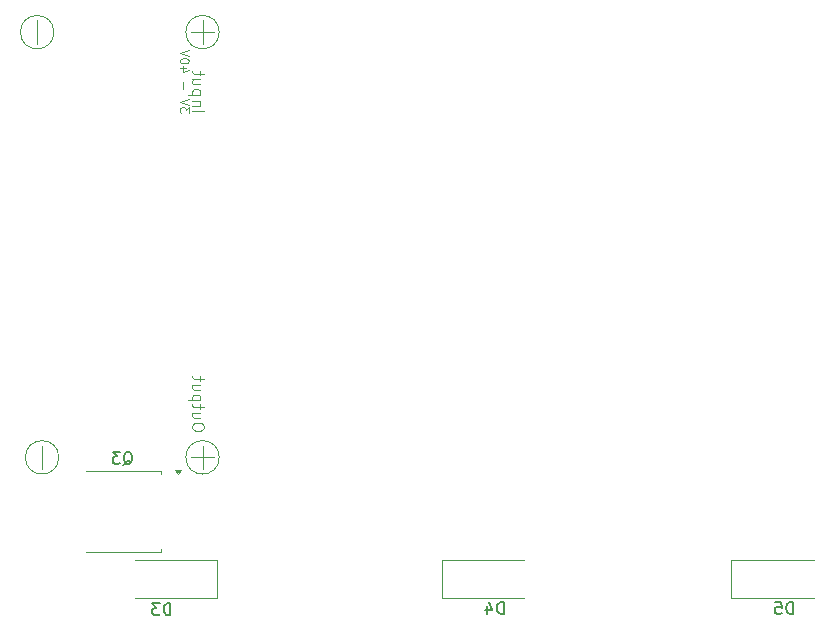
<source format=gbr>
%TF.GenerationSoftware,KiCad,Pcbnew,8.0.3-8.0.3-0~ubuntu22.04.1*%
%TF.CreationDate,2024-06-14T00:20:48-04:00*%
%TF.ProjectId,GarageDoor,47617261-6765-4446-9f6f-722e6b696361,rev?*%
%TF.SameCoordinates,Original*%
%TF.FileFunction,Legend,Bot*%
%TF.FilePolarity,Positive*%
%FSLAX46Y46*%
G04 Gerber Fmt 4.6, Leading zero omitted, Abs format (unit mm)*
G04 Created by KiCad (PCBNEW 8.0.3-8.0.3-0~ubuntu22.04.1) date 2024-06-14 00:20:48*
%MOMM*%
%LPD*%
G01*
G04 APERTURE LIST*
%ADD10C,0.100000*%
%ADD11C,0.150000*%
%ADD12C,0.120000*%
G04 APERTURE END LIST*
D10*
X45096985Y-44527068D02*
X45096985Y-44062782D01*
X45096985Y-44062782D02*
X44811271Y-44312782D01*
X44811271Y-44312782D02*
X44811271Y-44205639D01*
X44811271Y-44205639D02*
X44775557Y-44134211D01*
X44775557Y-44134211D02*
X44739842Y-44098496D01*
X44739842Y-44098496D02*
X44668414Y-44062782D01*
X44668414Y-44062782D02*
X44489842Y-44062782D01*
X44489842Y-44062782D02*
X44418414Y-44098496D01*
X44418414Y-44098496D02*
X44382700Y-44134211D01*
X44382700Y-44134211D02*
X44346985Y-44205639D01*
X44346985Y-44205639D02*
X44346985Y-44419925D01*
X44346985Y-44419925D02*
X44382700Y-44491353D01*
X44382700Y-44491353D02*
X44418414Y-44527068D01*
X45096985Y-43848496D02*
X44346985Y-43598496D01*
X44346985Y-43598496D02*
X45096985Y-43348496D01*
X44632700Y-42527067D02*
X44632700Y-41955639D01*
X44846985Y-40705639D02*
X44346985Y-40705639D01*
X45132700Y-40884210D02*
X44596985Y-41062781D01*
X44596985Y-41062781D02*
X44596985Y-40598496D01*
X45096985Y-40169924D02*
X45096985Y-40098495D01*
X45096985Y-40098495D02*
X45061271Y-40027067D01*
X45061271Y-40027067D02*
X45025557Y-39991353D01*
X45025557Y-39991353D02*
X44954128Y-39955638D01*
X44954128Y-39955638D02*
X44811271Y-39919924D01*
X44811271Y-39919924D02*
X44632700Y-39919924D01*
X44632700Y-39919924D02*
X44489842Y-39955638D01*
X44489842Y-39955638D02*
X44418414Y-39991353D01*
X44418414Y-39991353D02*
X44382700Y-40027067D01*
X44382700Y-40027067D02*
X44346985Y-40098495D01*
X44346985Y-40098495D02*
X44346985Y-40169924D01*
X44346985Y-40169924D02*
X44382700Y-40241353D01*
X44382700Y-40241353D02*
X44418414Y-40277067D01*
X44418414Y-40277067D02*
X44489842Y-40312781D01*
X44489842Y-40312781D02*
X44632700Y-40348495D01*
X44632700Y-40348495D02*
X44811271Y-40348495D01*
X44811271Y-40348495D02*
X44954128Y-40312781D01*
X44954128Y-40312781D02*
X45025557Y-40277067D01*
X45025557Y-40277067D02*
X45061271Y-40241353D01*
X45061271Y-40241353D02*
X45096985Y-40169924D01*
X45096985Y-39705638D02*
X44346985Y-39455638D01*
X44346985Y-39455638D02*
X45096985Y-39205638D01*
X45377580Y-44396115D02*
X46377580Y-44396115D01*
X46044247Y-43919925D02*
X45377580Y-43919925D01*
X45949009Y-43919925D02*
X45996628Y-43872306D01*
X45996628Y-43872306D02*
X46044247Y-43777068D01*
X46044247Y-43777068D02*
X46044247Y-43634211D01*
X46044247Y-43634211D02*
X45996628Y-43538973D01*
X45996628Y-43538973D02*
X45901390Y-43491354D01*
X45901390Y-43491354D02*
X45377580Y-43491354D01*
X46044247Y-43015163D02*
X45044247Y-43015163D01*
X45996628Y-43015163D02*
X46044247Y-42919925D01*
X46044247Y-42919925D02*
X46044247Y-42729449D01*
X46044247Y-42729449D02*
X45996628Y-42634211D01*
X45996628Y-42634211D02*
X45949009Y-42586592D01*
X45949009Y-42586592D02*
X45853771Y-42538973D01*
X45853771Y-42538973D02*
X45568057Y-42538973D01*
X45568057Y-42538973D02*
X45472819Y-42586592D01*
X45472819Y-42586592D02*
X45425200Y-42634211D01*
X45425200Y-42634211D02*
X45377580Y-42729449D01*
X45377580Y-42729449D02*
X45377580Y-42919925D01*
X45377580Y-42919925D02*
X45425200Y-43015163D01*
X46044247Y-41681830D02*
X45377580Y-41681830D01*
X46044247Y-42110401D02*
X45520438Y-42110401D01*
X45520438Y-42110401D02*
X45425200Y-42062782D01*
X45425200Y-42062782D02*
X45377580Y-41967544D01*
X45377580Y-41967544D02*
X45377580Y-41824687D01*
X45377580Y-41824687D02*
X45425200Y-41729449D01*
X45425200Y-41729449D02*
X45472819Y-41681830D01*
X46044247Y-41348496D02*
X46044247Y-40967544D01*
X46377580Y-41205639D02*
X45520438Y-41205639D01*
X45520438Y-41205639D02*
X45425200Y-41158020D01*
X45425200Y-41158020D02*
X45377580Y-41062782D01*
X45377580Y-41062782D02*
X45377580Y-40967544D01*
X46377580Y-71205639D02*
X46377580Y-71015163D01*
X46377580Y-71015163D02*
X46329961Y-70919925D01*
X46329961Y-70919925D02*
X46234723Y-70824687D01*
X46234723Y-70824687D02*
X46044247Y-70777068D01*
X46044247Y-70777068D02*
X45710914Y-70777068D01*
X45710914Y-70777068D02*
X45520438Y-70824687D01*
X45520438Y-70824687D02*
X45425200Y-70919925D01*
X45425200Y-70919925D02*
X45377580Y-71015163D01*
X45377580Y-71015163D02*
X45377580Y-71205639D01*
X45377580Y-71205639D02*
X45425200Y-71300877D01*
X45425200Y-71300877D02*
X45520438Y-71396115D01*
X45520438Y-71396115D02*
X45710914Y-71443734D01*
X45710914Y-71443734D02*
X46044247Y-71443734D01*
X46044247Y-71443734D02*
X46234723Y-71396115D01*
X46234723Y-71396115D02*
X46329961Y-71300877D01*
X46329961Y-71300877D02*
X46377580Y-71205639D01*
X46044247Y-69919925D02*
X45377580Y-69919925D01*
X46044247Y-70348496D02*
X45520438Y-70348496D01*
X45520438Y-70348496D02*
X45425200Y-70300877D01*
X45425200Y-70300877D02*
X45377580Y-70205639D01*
X45377580Y-70205639D02*
X45377580Y-70062782D01*
X45377580Y-70062782D02*
X45425200Y-69967544D01*
X45425200Y-69967544D02*
X45472819Y-69919925D01*
X46044247Y-69586591D02*
X46044247Y-69205639D01*
X46377580Y-69443734D02*
X45520438Y-69443734D01*
X45520438Y-69443734D02*
X45425200Y-69396115D01*
X45425200Y-69396115D02*
X45377580Y-69300877D01*
X45377580Y-69300877D02*
X45377580Y-69205639D01*
X46044247Y-68872305D02*
X45044247Y-68872305D01*
X45996628Y-68872305D02*
X46044247Y-68777067D01*
X46044247Y-68777067D02*
X46044247Y-68586591D01*
X46044247Y-68586591D02*
X45996628Y-68491353D01*
X45996628Y-68491353D02*
X45949009Y-68443734D01*
X45949009Y-68443734D02*
X45853771Y-68396115D01*
X45853771Y-68396115D02*
X45568057Y-68396115D01*
X45568057Y-68396115D02*
X45472819Y-68443734D01*
X45472819Y-68443734D02*
X45425200Y-68491353D01*
X45425200Y-68491353D02*
X45377580Y-68586591D01*
X45377580Y-68586591D02*
X45377580Y-68777067D01*
X45377580Y-68777067D02*
X45425200Y-68872305D01*
X46044247Y-67538972D02*
X45377580Y-67538972D01*
X46044247Y-67967543D02*
X45520438Y-67967543D01*
X45520438Y-67967543D02*
X45425200Y-67919924D01*
X45425200Y-67919924D02*
X45377580Y-67824686D01*
X45377580Y-67824686D02*
X45377580Y-67681829D01*
X45377580Y-67681829D02*
X45425200Y-67586591D01*
X45425200Y-67586591D02*
X45472819Y-67538972D01*
X46044247Y-67205638D02*
X46044247Y-66824686D01*
X46377580Y-67062781D02*
X45520438Y-67062781D01*
X45520438Y-67062781D02*
X45425200Y-67015162D01*
X45425200Y-67015162D02*
X45377580Y-66919924D01*
X45377580Y-66919924D02*
X45377580Y-66824686D01*
D11*
X96238094Y-86954819D02*
X96238094Y-85954819D01*
X96238094Y-85954819D02*
X95999999Y-85954819D01*
X95999999Y-85954819D02*
X95857142Y-86002438D01*
X95857142Y-86002438D02*
X95761904Y-86097676D01*
X95761904Y-86097676D02*
X95714285Y-86192914D01*
X95714285Y-86192914D02*
X95666666Y-86383390D01*
X95666666Y-86383390D02*
X95666666Y-86526247D01*
X95666666Y-86526247D02*
X95714285Y-86716723D01*
X95714285Y-86716723D02*
X95761904Y-86811961D01*
X95761904Y-86811961D02*
X95857142Y-86907200D01*
X95857142Y-86907200D02*
X95999999Y-86954819D01*
X95999999Y-86954819D02*
X96238094Y-86954819D01*
X94761904Y-85954819D02*
X95238094Y-85954819D01*
X95238094Y-85954819D02*
X95285713Y-86431009D01*
X95285713Y-86431009D02*
X95238094Y-86383390D01*
X95238094Y-86383390D02*
X95142856Y-86335771D01*
X95142856Y-86335771D02*
X94904761Y-86335771D01*
X94904761Y-86335771D02*
X94809523Y-86383390D01*
X94809523Y-86383390D02*
X94761904Y-86431009D01*
X94761904Y-86431009D02*
X94714285Y-86526247D01*
X94714285Y-86526247D02*
X94714285Y-86764342D01*
X94714285Y-86764342D02*
X94761904Y-86859580D01*
X94761904Y-86859580D02*
X94809523Y-86907200D01*
X94809523Y-86907200D02*
X94904761Y-86954819D01*
X94904761Y-86954819D02*
X95142856Y-86954819D01*
X95142856Y-86954819D02*
X95238094Y-86907200D01*
X95238094Y-86907200D02*
X95285713Y-86859580D01*
X71738094Y-86954819D02*
X71738094Y-85954819D01*
X71738094Y-85954819D02*
X71499999Y-85954819D01*
X71499999Y-85954819D02*
X71357142Y-86002438D01*
X71357142Y-86002438D02*
X71261904Y-86097676D01*
X71261904Y-86097676D02*
X71214285Y-86192914D01*
X71214285Y-86192914D02*
X71166666Y-86383390D01*
X71166666Y-86383390D02*
X71166666Y-86526247D01*
X71166666Y-86526247D02*
X71214285Y-86716723D01*
X71214285Y-86716723D02*
X71261904Y-86811961D01*
X71261904Y-86811961D02*
X71357142Y-86907200D01*
X71357142Y-86907200D02*
X71499999Y-86954819D01*
X71499999Y-86954819D02*
X71738094Y-86954819D01*
X70309523Y-86288152D02*
X70309523Y-86954819D01*
X70547618Y-85907200D02*
X70785713Y-86621485D01*
X70785713Y-86621485D02*
X70166666Y-86621485D01*
X39555238Y-74330057D02*
X39650476Y-74282438D01*
X39650476Y-74282438D02*
X39745714Y-74187200D01*
X39745714Y-74187200D02*
X39888571Y-74044342D01*
X39888571Y-74044342D02*
X39983809Y-73996723D01*
X39983809Y-73996723D02*
X40079047Y-73996723D01*
X40031428Y-74234819D02*
X40126666Y-74187200D01*
X40126666Y-74187200D02*
X40221904Y-74091961D01*
X40221904Y-74091961D02*
X40269523Y-73901485D01*
X40269523Y-73901485D02*
X40269523Y-73568152D01*
X40269523Y-73568152D02*
X40221904Y-73377676D01*
X40221904Y-73377676D02*
X40126666Y-73282438D01*
X40126666Y-73282438D02*
X40031428Y-73234819D01*
X40031428Y-73234819D02*
X39840952Y-73234819D01*
X39840952Y-73234819D02*
X39745714Y-73282438D01*
X39745714Y-73282438D02*
X39650476Y-73377676D01*
X39650476Y-73377676D02*
X39602857Y-73568152D01*
X39602857Y-73568152D02*
X39602857Y-73901485D01*
X39602857Y-73901485D02*
X39650476Y-74091961D01*
X39650476Y-74091961D02*
X39745714Y-74187200D01*
X39745714Y-74187200D02*
X39840952Y-74234819D01*
X39840952Y-74234819D02*
X40031428Y-74234819D01*
X39269523Y-73234819D02*
X38650476Y-73234819D01*
X38650476Y-73234819D02*
X38983809Y-73615771D01*
X38983809Y-73615771D02*
X38840952Y-73615771D01*
X38840952Y-73615771D02*
X38745714Y-73663390D01*
X38745714Y-73663390D02*
X38698095Y-73711009D01*
X38698095Y-73711009D02*
X38650476Y-73806247D01*
X38650476Y-73806247D02*
X38650476Y-74044342D01*
X38650476Y-74044342D02*
X38698095Y-74139580D01*
X38698095Y-74139580D02*
X38745714Y-74187200D01*
X38745714Y-74187200D02*
X38840952Y-74234819D01*
X38840952Y-74234819D02*
X39126666Y-74234819D01*
X39126666Y-74234819D02*
X39221904Y-74187200D01*
X39221904Y-74187200D02*
X39269523Y-74139580D01*
X43538094Y-87054819D02*
X43538094Y-86054819D01*
X43538094Y-86054819D02*
X43299999Y-86054819D01*
X43299999Y-86054819D02*
X43157142Y-86102438D01*
X43157142Y-86102438D02*
X43061904Y-86197676D01*
X43061904Y-86197676D02*
X43014285Y-86292914D01*
X43014285Y-86292914D02*
X42966666Y-86483390D01*
X42966666Y-86483390D02*
X42966666Y-86626247D01*
X42966666Y-86626247D02*
X43014285Y-86816723D01*
X43014285Y-86816723D02*
X43061904Y-86911961D01*
X43061904Y-86911961D02*
X43157142Y-87007200D01*
X43157142Y-87007200D02*
X43299999Y-87054819D01*
X43299999Y-87054819D02*
X43538094Y-87054819D01*
X42633332Y-86054819D02*
X42014285Y-86054819D01*
X42014285Y-86054819D02*
X42347618Y-86435771D01*
X42347618Y-86435771D02*
X42204761Y-86435771D01*
X42204761Y-86435771D02*
X42109523Y-86483390D01*
X42109523Y-86483390D02*
X42061904Y-86531009D01*
X42061904Y-86531009D02*
X42014285Y-86626247D01*
X42014285Y-86626247D02*
X42014285Y-86864342D01*
X42014285Y-86864342D02*
X42061904Y-86959580D01*
X42061904Y-86959580D02*
X42109523Y-87007200D01*
X42109523Y-87007200D02*
X42204761Y-87054819D01*
X42204761Y-87054819D02*
X42490475Y-87054819D01*
X42490475Y-87054819D02*
X42585713Y-87007200D01*
X42585713Y-87007200D02*
X42633332Y-86959580D01*
D10*
%TO.C,U1*%
X32250000Y-36700000D02*
X32250000Y-38700000D01*
X32664213Y-72700000D02*
X32664213Y-74700000D01*
X46250000Y-36700000D02*
X46250000Y-38700000D01*
X46250000Y-72700000D02*
X46250000Y-74700000D01*
X47250000Y-37700000D02*
X45250000Y-37700000D01*
X47250000Y-73700000D02*
X45250000Y-73700000D01*
X33664214Y-37700000D02*
G75*
G02*
X30835786Y-37700000I-1414214J0D01*
G01*
X30835786Y-37700000D02*
G75*
G02*
X33664214Y-37700000I1414214J0D01*
G01*
X34078427Y-73700000D02*
G75*
G02*
X31249999Y-73700000I-1414214J0D01*
G01*
X31249999Y-73700000D02*
G75*
G02*
X34078427Y-73700000I1414214J0D01*
G01*
X47664214Y-37700000D02*
G75*
G02*
X44835786Y-37700000I-1414214J0D01*
G01*
X44835786Y-37700000D02*
G75*
G02*
X47664214Y-37700000I1414214J0D01*
G01*
X47664214Y-73700000D02*
G75*
G02*
X44835786Y-73700000I-1414214J0D01*
G01*
X44835786Y-73700000D02*
G75*
G02*
X47664214Y-73700000I1414214J0D01*
G01*
D12*
%TO.C,D5*%
X90990000Y-82350000D02*
X98000000Y-82350000D01*
X90990000Y-85650000D02*
X90990000Y-82350000D01*
X90990000Y-85650000D02*
X98000000Y-85650000D01*
%TO.C,D4*%
X66490000Y-82350000D02*
X73500000Y-82350000D01*
X66490000Y-85650000D02*
X66490000Y-82350000D01*
X66490000Y-85650000D02*
X73500000Y-85650000D01*
%TO.C,Q3*%
X36350000Y-74830000D02*
X42770000Y-74830000D01*
X36350000Y-81730000D02*
X42770000Y-81730000D01*
X42770000Y-74830000D02*
X42770000Y-75100000D01*
X42770000Y-81730000D02*
X42770000Y-81460000D01*
X44190000Y-75140000D02*
X43950000Y-74810000D01*
X44430000Y-74810000D01*
X44190000Y-75140000D01*
G36*
X44190000Y-75140000D02*
G01*
X43950000Y-74810000D01*
X44430000Y-74810000D01*
X44190000Y-75140000D01*
G37*
%TO.C,D3*%
X47510000Y-82350000D02*
X40500000Y-82350000D01*
X47510000Y-82350000D02*
X47510000Y-85650000D01*
X47510000Y-85650000D02*
X40500000Y-85650000D01*
%TD*%
M02*

</source>
